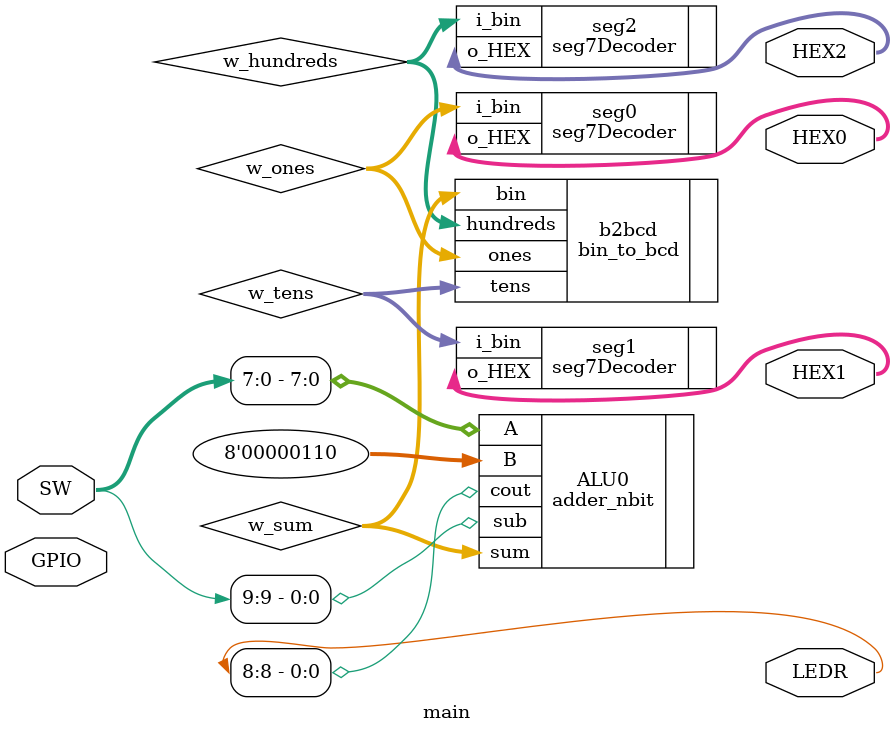
<source format=v>
module main(
	input 	[9:0] 	SW,
	output 	[9:0] 	LEDR,
	output	[7:0]		HEX0,
	output	[7:0]		HEX1,
	output	[7:0]		HEX2,
	inout		[35:0]	GPIO
);
	wire [7:0] w_sum;
	
	adder_nbit #(.N(8)) ALU0(.A(SW[7:0]), .B(8'd6), .sub(SW[9]), .sum(w_sum), .cout(LEDR[8]));
	
	wire [3:0] w_ones, w_tens, w_hundreds;
	
	bin_to_bcd b2bcd(.bin(w_sum), .ones(w_ones), .tens(w_tens), .hundreds(w_hundreds));
	seg7Decoder seg0(.i_bin(w_ones), .o_HEX(HEX0));
	seg7Decoder seg1(.i_bin(w_tens), .o_HEX(HEX1));
	seg7Decoder seg2(.i_bin(w_hundreds), .o_HEX(HEX2));
endmodule
</source>
